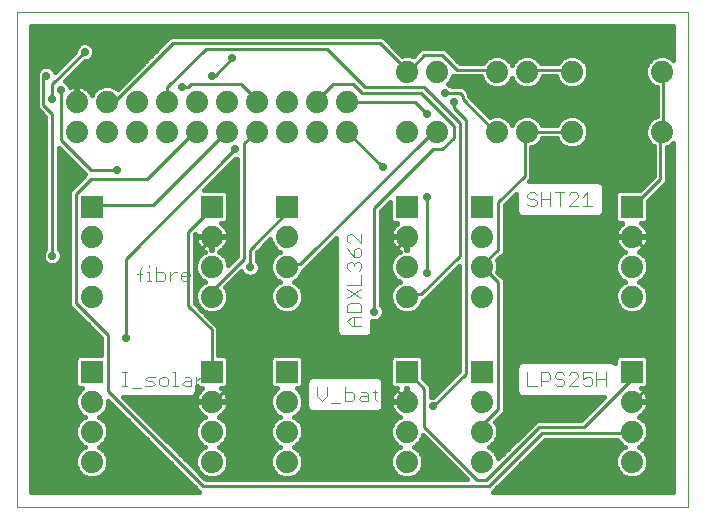
<source format=gtl>
G75*
%MOIN*%
%OFA0B0*%
%FSLAX25Y25*%
%IPPOS*%
%LPD*%
%AMOC8*
5,1,8,0,0,1.08239X$1,22.5*
%
%ADD10C,0.00000*%
%ADD11C,0.00400*%
%ADD12R,0.07400X0.07400*%
%ADD13C,0.07400*%
%ADD14C,0.00984*%
%ADD15C,0.01600*%
%ADD16C,0.02781*%
D10*
X0109135Y0001800D02*
X0109135Y0166761D01*
X0332836Y0166761D01*
X0332836Y0001800D01*
X0109135Y0001800D01*
D11*
X0144335Y0042000D02*
X0145870Y0042000D01*
X0145103Y0042000D02*
X0145103Y0046604D01*
X0145870Y0046604D02*
X0144335Y0046604D01*
X0152009Y0044302D02*
X0152776Y0043535D01*
X0154311Y0043535D01*
X0155078Y0042767D01*
X0154311Y0042000D01*
X0152009Y0042000D01*
X0150474Y0041233D02*
X0147405Y0041233D01*
X0152009Y0044302D02*
X0152776Y0045069D01*
X0155078Y0045069D01*
X0156612Y0044302D02*
X0156612Y0042767D01*
X0157380Y0042000D01*
X0158914Y0042000D01*
X0159682Y0042767D01*
X0159682Y0044302D01*
X0158914Y0045069D01*
X0157380Y0045069D01*
X0156612Y0044302D01*
X0161216Y0046604D02*
X0161984Y0046604D01*
X0161984Y0042000D01*
X0162751Y0042000D02*
X0161216Y0042000D01*
X0164286Y0042767D02*
X0165053Y0043535D01*
X0167355Y0043535D01*
X0167355Y0044302D02*
X0166588Y0045069D01*
X0165053Y0045069D01*
X0164286Y0042767D02*
X0165053Y0042000D01*
X0167355Y0042000D01*
X0167355Y0044302D01*
X0168890Y0045069D02*
X0168890Y0042000D01*
X0168890Y0043535D02*
X0170424Y0045069D01*
X0171192Y0045069D01*
X0209335Y0041604D02*
X0209335Y0038535D01*
X0210870Y0037000D01*
X0212405Y0038535D01*
X0212405Y0041604D01*
X0218543Y0041604D02*
X0218543Y0037000D01*
X0220845Y0037000D01*
X0221612Y0037767D01*
X0221612Y0039302D01*
X0220845Y0040069D01*
X0218543Y0040069D01*
X0223147Y0037767D02*
X0223914Y0038535D01*
X0226216Y0038535D01*
X0226216Y0039302D02*
X0226216Y0037000D01*
X0223914Y0037000D01*
X0223147Y0037767D01*
X0223914Y0040069D02*
X0225449Y0040069D01*
X0226216Y0039302D01*
X0227751Y0040069D02*
X0229286Y0040069D01*
X0228518Y0040837D02*
X0228518Y0037767D01*
X0229286Y0037000D01*
X0217009Y0036233D02*
X0213939Y0036233D01*
X0220866Y0062000D02*
X0219331Y0063535D01*
X0220866Y0065069D01*
X0223935Y0065069D01*
X0223935Y0066604D02*
X0219331Y0066604D01*
X0219331Y0068906D01*
X0220099Y0069673D01*
X0223168Y0069673D01*
X0223935Y0068906D01*
X0223935Y0066604D01*
X0221633Y0065069D02*
X0221633Y0062000D01*
X0220866Y0062000D02*
X0223935Y0062000D01*
X0223935Y0071208D02*
X0219331Y0074277D01*
X0219331Y0075812D02*
X0223935Y0075812D01*
X0223935Y0078881D01*
X0223168Y0080416D02*
X0223935Y0081183D01*
X0223935Y0082718D01*
X0223168Y0083485D01*
X0222401Y0083485D01*
X0221633Y0082718D01*
X0221633Y0081950D01*
X0221633Y0082718D02*
X0220866Y0083485D01*
X0220099Y0083485D01*
X0219331Y0082718D01*
X0219331Y0081183D01*
X0220099Y0080416D01*
X0221633Y0085020D02*
X0221633Y0087322D01*
X0222401Y0088089D01*
X0223168Y0088089D01*
X0223935Y0087322D01*
X0223935Y0085787D01*
X0223168Y0085020D01*
X0221633Y0085020D01*
X0220099Y0086554D01*
X0219331Y0088089D01*
X0220099Y0089624D02*
X0219331Y0090391D01*
X0219331Y0091926D01*
X0220099Y0092693D01*
X0220866Y0092693D01*
X0223935Y0089624D01*
X0223935Y0092693D01*
X0223935Y0074277D02*
X0219331Y0071208D01*
X0166984Y0078535D02*
X0163914Y0078535D01*
X0163914Y0079302D02*
X0163914Y0077767D01*
X0164682Y0077000D01*
X0166216Y0077000D01*
X0166984Y0078535D02*
X0166984Y0079302D01*
X0166216Y0080069D01*
X0164682Y0080069D01*
X0163914Y0079302D01*
X0162380Y0080069D02*
X0161612Y0080069D01*
X0160078Y0078535D01*
X0160078Y0080069D02*
X0160078Y0077000D01*
X0158543Y0077767D02*
X0158543Y0079302D01*
X0157776Y0080069D01*
X0155474Y0080069D01*
X0155474Y0081604D02*
X0155474Y0077000D01*
X0157776Y0077000D01*
X0158543Y0077767D01*
X0153939Y0077000D02*
X0152405Y0077000D01*
X0153172Y0077000D02*
X0153172Y0080069D01*
X0152405Y0080069D01*
X0153172Y0081604D02*
X0153172Y0082371D01*
X0150870Y0081604D02*
X0150103Y0080837D01*
X0150103Y0077000D01*
X0149335Y0079302D02*
X0150870Y0079302D01*
X0279335Y0102767D02*
X0280103Y0102000D01*
X0281637Y0102000D01*
X0282405Y0102767D01*
X0282405Y0103535D01*
X0281637Y0104302D01*
X0280103Y0104302D01*
X0279335Y0105069D01*
X0279335Y0105837D01*
X0280103Y0106604D01*
X0281637Y0106604D01*
X0282405Y0105837D01*
X0283939Y0106604D02*
X0283939Y0102000D01*
X0283939Y0104302D02*
X0287009Y0104302D01*
X0287009Y0106604D02*
X0287009Y0102000D01*
X0290078Y0102000D02*
X0290078Y0106604D01*
X0291612Y0106604D02*
X0288543Y0106604D01*
X0293147Y0105837D02*
X0293914Y0106604D01*
X0295449Y0106604D01*
X0296216Y0105837D01*
X0296216Y0105069D01*
X0293147Y0102000D01*
X0296216Y0102000D01*
X0297751Y0102000D02*
X0300820Y0102000D01*
X0299286Y0102000D02*
X0299286Y0106604D01*
X0297751Y0105069D01*
X0297751Y0046604D02*
X0297751Y0044302D01*
X0299286Y0045069D01*
X0300053Y0045069D01*
X0300820Y0044302D01*
X0300820Y0042767D01*
X0300053Y0042000D01*
X0298518Y0042000D01*
X0297751Y0042767D01*
X0296216Y0042000D02*
X0293147Y0042000D01*
X0296216Y0045069D01*
X0296216Y0045837D01*
X0295449Y0046604D01*
X0293914Y0046604D01*
X0293147Y0045837D01*
X0291612Y0045837D02*
X0290845Y0046604D01*
X0289311Y0046604D01*
X0288543Y0045837D01*
X0288543Y0045069D01*
X0289311Y0044302D01*
X0290845Y0044302D01*
X0291612Y0043535D01*
X0291612Y0042767D01*
X0290845Y0042000D01*
X0289311Y0042000D01*
X0288543Y0042767D01*
X0287009Y0044302D02*
X0286241Y0043535D01*
X0283939Y0043535D01*
X0283939Y0042000D02*
X0283939Y0046604D01*
X0286241Y0046604D01*
X0287009Y0045837D01*
X0287009Y0044302D01*
X0282405Y0042000D02*
X0279335Y0042000D01*
X0279335Y0046604D01*
X0297751Y0046604D02*
X0300820Y0046604D01*
X0302355Y0046604D02*
X0302355Y0042000D01*
X0305424Y0042000D02*
X0305424Y0046604D01*
X0305424Y0044302D02*
X0302355Y0044302D01*
D12*
X0314135Y0046800D03*
X0264135Y0046800D03*
X0239135Y0046800D03*
X0199135Y0046800D03*
X0174135Y0046800D03*
X0134135Y0046800D03*
X0134135Y0101800D03*
X0174135Y0101800D03*
X0199135Y0101800D03*
X0239135Y0101800D03*
X0264135Y0101800D03*
X0314135Y0101800D03*
D13*
X0314135Y0091800D03*
X0314135Y0081800D03*
X0314135Y0071800D03*
X0264135Y0071800D03*
X0264135Y0081800D03*
X0264135Y0091800D03*
X0239135Y0091800D03*
X0239135Y0081800D03*
X0239135Y0071800D03*
X0199135Y0071800D03*
X0199135Y0081800D03*
X0199135Y0091800D03*
X0174135Y0091800D03*
X0174135Y0081800D03*
X0174135Y0071800D03*
X0134135Y0071800D03*
X0134135Y0081800D03*
X0134135Y0091800D03*
X0129135Y0126800D03*
X0139135Y0126800D03*
X0149135Y0126800D03*
X0159135Y0126800D03*
X0169135Y0126800D03*
X0179135Y0126800D03*
X0189135Y0126800D03*
X0199135Y0126800D03*
X0209135Y0126800D03*
X0219135Y0126800D03*
X0239135Y0126800D03*
X0249135Y0126800D03*
X0269135Y0126800D03*
X0279135Y0126800D03*
X0294135Y0126800D03*
X0324135Y0126800D03*
X0324135Y0146800D03*
X0294135Y0146800D03*
X0279135Y0146800D03*
X0269135Y0146800D03*
X0249135Y0146800D03*
X0239135Y0146800D03*
X0219135Y0136800D03*
X0209135Y0136800D03*
X0199135Y0136800D03*
X0189135Y0136800D03*
X0179135Y0136800D03*
X0169135Y0136800D03*
X0159135Y0136800D03*
X0149135Y0136800D03*
X0139135Y0136800D03*
X0129135Y0136800D03*
X0134135Y0036800D03*
X0134135Y0026800D03*
X0134135Y0016800D03*
X0174135Y0016800D03*
X0174135Y0026800D03*
X0174135Y0036800D03*
X0199135Y0036800D03*
X0199135Y0026800D03*
X0199135Y0016800D03*
X0239135Y0016800D03*
X0239135Y0026800D03*
X0239135Y0036800D03*
X0264135Y0036800D03*
X0264135Y0026800D03*
X0264135Y0016800D03*
X0314135Y0016800D03*
X0314135Y0026800D03*
X0314135Y0036800D03*
D14*
X0314844Y0037233D01*
X0319765Y0042154D01*
X0319765Y0086446D01*
X0314844Y0091367D01*
X0314135Y0091800D01*
X0314135Y0101800D02*
X0314844Y0102194D01*
X0323702Y0111052D01*
X0323702Y0126800D01*
X0324135Y0126800D01*
X0324687Y0126800D01*
X0324687Y0146485D01*
X0324135Y0146800D01*
X0294135Y0146800D02*
X0293190Y0147469D01*
X0279411Y0147469D01*
X0279135Y0146800D01*
X0269135Y0146800D02*
X0268584Y0147469D01*
X0255789Y0147469D01*
X0250868Y0152391D01*
X0244962Y0152391D01*
X0240041Y0147469D01*
X0239135Y0146800D01*
X0239057Y0147469D01*
X0230198Y0156328D01*
X0161301Y0156328D01*
X0142600Y0137627D01*
X0139647Y0137627D01*
X0139135Y0136800D01*
X0123899Y0140580D02*
X0123899Y0123847D01*
X0133742Y0114005D01*
X0142600Y0114005D01*
X0133742Y0111052D02*
X0152442Y0111052D01*
X0168190Y0126800D01*
X0169135Y0126800D01*
X0179017Y0126800D02*
X0179135Y0126800D01*
X0179017Y0126800D02*
X0154411Y0102194D01*
X0134726Y0102194D01*
X0134135Y0101800D01*
X0128820Y0106131D02*
X0133742Y0111052D01*
X0128820Y0106131D02*
X0128820Y0069713D01*
X0139647Y0058887D01*
X0139647Y0040186D01*
X0171143Y0008690D01*
X0266616Y0008690D01*
X0284332Y0026406D01*
X0313860Y0026406D01*
X0314135Y0026800D01*
X0298112Y0028375D02*
X0283348Y0028375D01*
X0265631Y0010658D01*
X0262679Y0010658D01*
X0244962Y0028375D01*
X0244962Y0041170D01*
X0240041Y0046091D01*
X0239135Y0046800D01*
X0233151Y0043139D02*
X0233151Y0057902D01*
X0180001Y0057902D01*
X0168190Y0069713D01*
X0168190Y0085461D01*
X0174096Y0091367D01*
X0174135Y0091800D01*
X0166222Y0093335D02*
X0174096Y0101209D01*
X0174135Y0101800D01*
X0166222Y0093335D02*
X0166222Y0068729D01*
X0174096Y0060855D01*
X0174096Y0047076D01*
X0174135Y0046800D01*
X0180001Y0042154D02*
X0180001Y0057902D01*
X0174135Y0071800D02*
X0175080Y0072666D01*
X0175080Y0074635D01*
X0184923Y0084477D01*
X0184923Y0122863D01*
X0188860Y0126800D01*
X0189135Y0126800D01*
X0181970Y0120894D02*
X0145553Y0084477D01*
X0145553Y0057902D01*
X0175080Y0037233D02*
X0180001Y0042154D01*
X0175080Y0037233D02*
X0174135Y0036800D01*
X0233151Y0043139D02*
X0239057Y0037233D01*
X0239135Y0036800D01*
X0247915Y0035265D02*
X0258742Y0046091D01*
X0258742Y0130737D01*
X0254805Y0134674D01*
X0254805Y0136643D01*
X0257757Y0137627D02*
X0257757Y0138611D01*
X0256773Y0139595D01*
X0251852Y0139595D01*
X0257757Y0137627D02*
X0268584Y0126800D01*
X0269135Y0126800D01*
X0278427Y0126800D02*
X0279135Y0126800D01*
X0294135Y0126800D01*
X0278427Y0126800D02*
X0278427Y0112036D01*
X0269568Y0103178D01*
X0269568Y0087430D01*
X0264647Y0082509D01*
X0264135Y0081800D01*
X0264647Y0081524D01*
X0269568Y0076603D01*
X0269568Y0034280D01*
X0264647Y0029359D01*
X0264647Y0027391D01*
X0264135Y0026800D01*
X0298112Y0028375D02*
X0313860Y0044123D01*
X0313860Y0046091D01*
X0314135Y0046800D01*
X0256773Y0085461D02*
X0243978Y0072666D01*
X0240041Y0072666D01*
X0239135Y0071800D01*
X0228230Y0066761D02*
X0228230Y0101209D01*
X0247915Y0120894D01*
X0250868Y0120894D01*
X0254805Y0124831D01*
X0254805Y0128769D01*
X0243978Y0139595D01*
X0224293Y0139595D01*
X0221340Y0142548D01*
X0214450Y0142548D01*
X0209529Y0137627D01*
X0209135Y0136800D01*
X0219135Y0136800D02*
X0219372Y0136643D01*
X0242009Y0136643D01*
X0245946Y0132706D01*
X0247915Y0126800D02*
X0249135Y0126800D01*
X0247915Y0126800D02*
X0203624Y0082509D01*
X0199687Y0082509D01*
X0199135Y0081800D01*
X0186891Y0081524D02*
X0186891Y0087430D01*
X0198702Y0099241D01*
X0198702Y0101209D01*
X0199135Y0101800D01*
X0219372Y0126800D02*
X0231183Y0114989D01*
X0245946Y0105146D02*
X0245946Y0079556D01*
X0256773Y0085461D02*
X0256773Y0129753D01*
X0244962Y0141564D01*
X0225277Y0141564D01*
X0212482Y0154359D01*
X0172127Y0154359D01*
X0159332Y0141564D01*
X0159332Y0137627D01*
X0159135Y0136800D01*
X0164253Y0141564D02*
X0166222Y0141564D01*
X0167206Y0142548D01*
X0183938Y0142548D01*
X0188860Y0137627D01*
X0189135Y0136800D01*
X0175080Y0145501D02*
X0174096Y0145501D01*
X0175080Y0145501D02*
X0180986Y0151406D01*
X0131773Y0153375D02*
X0120946Y0142548D01*
X0120946Y0137627D01*
X0117994Y0135658D02*
X0117994Y0144517D01*
X0118978Y0145501D01*
X0117994Y0135658D02*
X0120946Y0132706D01*
X0120946Y0085461D01*
X0219135Y0126800D02*
X0219372Y0126800D01*
X0239135Y0091800D02*
X0239057Y0091367D01*
X0233151Y0085461D01*
X0233151Y0057902D01*
D15*
X0227495Y0059559D02*
X0227556Y0059784D01*
X0227586Y0060016D01*
X0227586Y0063591D01*
X0227598Y0063586D01*
X0228861Y0063586D01*
X0230028Y0064069D01*
X0230921Y0064962D01*
X0231405Y0066129D01*
X0231405Y0067392D01*
X0230921Y0068559D01*
X0230506Y0068974D01*
X0230506Y0100267D01*
X0233651Y0103411D01*
X0233651Y0097361D01*
X0234696Y0096316D01*
X0235994Y0096316D01*
X0235552Y0095995D01*
X0234940Y0095383D01*
X0234431Y0094683D01*
X0234038Y0093911D01*
X0233771Y0093088D01*
X0233635Y0092233D01*
X0233635Y0092000D01*
X0238935Y0092000D01*
X0238935Y0091600D01*
X0233635Y0091600D01*
X0233635Y0091367D01*
X0233771Y0090512D01*
X0234038Y0089689D01*
X0234431Y0088917D01*
X0234940Y0088217D01*
X0235552Y0087605D01*
X0236253Y0087096D01*
X0236852Y0086790D01*
X0236029Y0086449D01*
X0234486Y0084907D01*
X0233651Y0082891D01*
X0233651Y0080709D01*
X0234486Y0078693D01*
X0236029Y0077151D01*
X0236875Y0076800D01*
X0236029Y0076449D01*
X0234486Y0074907D01*
X0233651Y0072891D01*
X0233651Y0070709D01*
X0234486Y0068693D01*
X0236029Y0067151D01*
X0238044Y0066316D01*
X0240226Y0066316D01*
X0242242Y0067151D01*
X0243785Y0068693D01*
X0244487Y0070390D01*
X0244921Y0070390D01*
X0256465Y0081934D01*
X0256465Y0047034D01*
X0247870Y0038439D01*
X0247283Y0038439D01*
X0247238Y0038421D01*
X0247238Y0040227D01*
X0247238Y0042113D01*
X0244620Y0044732D01*
X0244620Y0051239D01*
X0243574Y0052284D01*
X0234696Y0052284D01*
X0233651Y0051239D01*
X0233651Y0042361D01*
X0234696Y0041316D01*
X0235994Y0041316D01*
X0235552Y0040995D01*
X0234940Y0040383D01*
X0234431Y0039683D01*
X0234038Y0038911D01*
X0233771Y0038088D01*
X0233635Y0037233D01*
X0233635Y0037000D01*
X0238935Y0037000D01*
X0238935Y0036600D01*
X0233635Y0036600D01*
X0233635Y0036367D01*
X0233771Y0035512D01*
X0234038Y0034689D01*
X0234431Y0033917D01*
X0234940Y0033217D01*
X0235552Y0032605D01*
X0236253Y0032096D01*
X0236852Y0031790D01*
X0236029Y0031449D01*
X0234486Y0029907D01*
X0233651Y0027891D01*
X0233651Y0025709D01*
X0234486Y0023693D01*
X0236029Y0022151D01*
X0236875Y0021800D01*
X0236029Y0021449D01*
X0234486Y0019907D01*
X0233651Y0017891D01*
X0233651Y0015709D01*
X0234486Y0013693D01*
X0236029Y0012151D01*
X0238044Y0011316D01*
X0240226Y0011316D01*
X0242242Y0012151D01*
X0243785Y0013693D01*
X0244620Y0015709D01*
X0244620Y0017891D01*
X0243785Y0019907D01*
X0242242Y0021449D01*
X0241395Y0021800D01*
X0242242Y0022151D01*
X0243785Y0023693D01*
X0244558Y0025560D01*
X0259152Y0010966D01*
X0172086Y0010966D01*
X0144703Y0038349D01*
X0167390Y0038349D01*
X0167622Y0038380D01*
X0167848Y0038440D01*
X0168064Y0038530D01*
X0168267Y0038647D01*
X0168452Y0038789D01*
X0168618Y0038954D01*
X0168760Y0039140D01*
X0168877Y0039342D01*
X0168966Y0039559D01*
X0169027Y0039784D01*
X0169058Y0040016D01*
X0169058Y0041955D01*
X0169696Y0041316D01*
X0170994Y0041316D01*
X0170552Y0040995D01*
X0169940Y0040383D01*
X0169431Y0039683D01*
X0169038Y0038911D01*
X0168771Y0038088D01*
X0168635Y0037233D01*
X0168635Y0037000D01*
X0173935Y0037000D01*
X0173935Y0036600D01*
X0168635Y0036600D01*
X0168635Y0036367D01*
X0168771Y0035512D01*
X0169038Y0034689D01*
X0169431Y0033917D01*
X0169940Y0033217D01*
X0170552Y0032605D01*
X0171253Y0032096D01*
X0171852Y0031790D01*
X0171029Y0031449D01*
X0169486Y0029907D01*
X0168651Y0027891D01*
X0168651Y0025709D01*
X0169486Y0023693D01*
X0171029Y0022151D01*
X0171875Y0021800D01*
X0171029Y0021449D01*
X0169486Y0019907D01*
X0168651Y0017891D01*
X0168651Y0015709D01*
X0169486Y0013693D01*
X0171029Y0012151D01*
X0173044Y0011316D01*
X0175226Y0011316D01*
X0177242Y0012151D01*
X0178785Y0013693D01*
X0179620Y0015709D01*
X0179620Y0017891D01*
X0178785Y0019907D01*
X0177242Y0021449D01*
X0176395Y0021800D01*
X0177242Y0022151D01*
X0178785Y0023693D01*
X0179620Y0025709D01*
X0179620Y0027891D01*
X0178785Y0029907D01*
X0177242Y0031449D01*
X0176418Y0031790D01*
X0177018Y0032096D01*
X0177718Y0032605D01*
X0178330Y0033217D01*
X0178839Y0033917D01*
X0179232Y0034689D01*
X0179500Y0035512D01*
X0179635Y0036367D01*
X0179635Y0036600D01*
X0174335Y0036600D01*
X0174335Y0037000D01*
X0179635Y0037000D01*
X0179635Y0037233D01*
X0179500Y0038088D01*
X0179232Y0038911D01*
X0178839Y0039683D01*
X0178330Y0040383D01*
X0177718Y0040995D01*
X0177277Y0041316D01*
X0178574Y0041316D01*
X0179620Y0042361D01*
X0179620Y0051239D01*
X0178574Y0052284D01*
X0176372Y0052284D01*
X0176372Y0061798D01*
X0168498Y0069672D01*
X0168498Y0092393D01*
X0168691Y0092585D01*
X0168635Y0092233D01*
X0168635Y0092000D01*
X0173935Y0092000D01*
X0173935Y0091600D01*
X0168635Y0091600D01*
X0168635Y0091367D01*
X0168771Y0090512D01*
X0169038Y0089689D01*
X0169431Y0088917D01*
X0169940Y0088217D01*
X0170552Y0087605D01*
X0171253Y0087096D01*
X0171852Y0086790D01*
X0171029Y0086449D01*
X0169486Y0084907D01*
X0168651Y0082891D01*
X0168651Y0080709D01*
X0169486Y0078693D01*
X0171029Y0077151D01*
X0171875Y0076800D01*
X0171029Y0076449D01*
X0169486Y0074907D01*
X0168651Y0072891D01*
X0168651Y0070709D01*
X0169486Y0068693D01*
X0171029Y0067151D01*
X0173044Y0066316D01*
X0175226Y0066316D01*
X0177242Y0067151D01*
X0178785Y0068693D01*
X0179620Y0070709D01*
X0179620Y0072891D01*
X0178785Y0074907D01*
X0178678Y0075013D01*
X0183963Y0080298D01*
X0184200Y0079726D01*
X0185093Y0078833D01*
X0186260Y0078350D01*
X0187523Y0078350D01*
X0188690Y0078833D01*
X0189583Y0079726D01*
X0190066Y0080893D01*
X0190066Y0082156D01*
X0189583Y0083323D01*
X0189168Y0083738D01*
X0189168Y0086487D01*
X0193651Y0090970D01*
X0193651Y0090709D01*
X0194486Y0088693D01*
X0196029Y0087151D01*
X0196875Y0086800D01*
X0196029Y0086449D01*
X0194486Y0084907D01*
X0193651Y0082891D01*
X0193651Y0080709D01*
X0194486Y0078693D01*
X0196029Y0077151D01*
X0196875Y0076800D01*
X0196029Y0076449D01*
X0194486Y0074907D01*
X0193651Y0072891D01*
X0193651Y0070709D01*
X0194486Y0068693D01*
X0196029Y0067151D01*
X0198044Y0066316D01*
X0200226Y0066316D01*
X0202242Y0067151D01*
X0203785Y0068693D01*
X0204620Y0070709D01*
X0204620Y0072891D01*
X0203785Y0074907D01*
X0202242Y0076449D01*
X0201395Y0076800D01*
X0202242Y0077151D01*
X0203785Y0078693D01*
X0204422Y0080232D01*
X0204566Y0080232D01*
X0215684Y0091350D01*
X0215684Y0060016D01*
X0215715Y0059784D01*
X0215776Y0059559D01*
X0215865Y0059342D01*
X0215982Y0059140D01*
X0216124Y0058954D01*
X0216290Y0058789D01*
X0216475Y0058647D01*
X0216678Y0058530D01*
X0216894Y0058440D01*
X0217120Y0058380D01*
X0217352Y0058349D01*
X0225919Y0058349D01*
X0226151Y0058380D01*
X0226377Y0058440D01*
X0226593Y0058530D01*
X0226795Y0058647D01*
X0226981Y0058789D01*
X0227146Y0058954D01*
X0227289Y0059140D01*
X0227406Y0059342D01*
X0227495Y0059559D01*
X0227407Y0059346D02*
X0256465Y0059346D01*
X0256465Y0057748D02*
X0176372Y0057748D01*
X0176372Y0059346D02*
X0215863Y0059346D01*
X0215684Y0060945D02*
X0176372Y0060945D01*
X0175627Y0062543D02*
X0215684Y0062543D01*
X0215684Y0064142D02*
X0174028Y0064142D01*
X0172430Y0065740D02*
X0215684Y0065740D01*
X0215684Y0067339D02*
X0202430Y0067339D01*
X0203886Y0068937D02*
X0215684Y0068937D01*
X0215684Y0070536D02*
X0204548Y0070536D01*
X0204620Y0072134D02*
X0215684Y0072134D01*
X0215684Y0073733D02*
X0204271Y0073733D01*
X0203360Y0075332D02*
X0215684Y0075332D01*
X0215684Y0076930D02*
X0201709Y0076930D01*
X0203620Y0078529D02*
X0215684Y0078529D01*
X0215684Y0080127D02*
X0204378Y0080127D01*
X0206060Y0081726D02*
X0215684Y0081726D01*
X0215684Y0083324D02*
X0207658Y0083324D01*
X0209257Y0084923D02*
X0215684Y0084923D01*
X0215684Y0086521D02*
X0210855Y0086521D01*
X0212454Y0088120D02*
X0215684Y0088120D01*
X0215684Y0089718D02*
X0214052Y0089718D01*
X0215651Y0091317D02*
X0215684Y0091317D01*
X0230506Y0091317D02*
X0233643Y0091317D01*
X0233743Y0092915D02*
X0230506Y0092915D01*
X0230506Y0094514D02*
X0234345Y0094514D01*
X0235713Y0096112D02*
X0230506Y0096112D01*
X0230506Y0097711D02*
X0233651Y0097711D01*
X0233651Y0099309D02*
X0230506Y0099309D01*
X0231147Y0100908D02*
X0233651Y0100908D01*
X0233651Y0102506D02*
X0232746Y0102506D01*
X0238935Y0091600D02*
X0238935Y0087284D01*
X0239335Y0087284D01*
X0239335Y0091600D01*
X0238935Y0091600D01*
X0238935Y0091317D02*
X0239335Y0091317D01*
X0239335Y0089718D02*
X0238935Y0089718D01*
X0238935Y0088120D02*
X0239335Y0088120D01*
X0236202Y0086521D02*
X0230506Y0086521D01*
X0230506Y0084923D02*
X0234502Y0084923D01*
X0233831Y0083324D02*
X0230506Y0083324D01*
X0230506Y0081726D02*
X0233651Y0081726D01*
X0233892Y0080127D02*
X0230506Y0080127D01*
X0230506Y0078529D02*
X0234651Y0078529D01*
X0236561Y0076930D02*
X0230506Y0076930D01*
X0230506Y0075332D02*
X0234911Y0075332D01*
X0234000Y0073733D02*
X0230506Y0073733D01*
X0230506Y0072134D02*
X0233651Y0072134D01*
X0233723Y0070536D02*
X0230506Y0070536D01*
X0230543Y0068937D02*
X0234385Y0068937D01*
X0235840Y0067339D02*
X0231405Y0067339D01*
X0231244Y0065740D02*
X0256465Y0065740D01*
X0256465Y0064142D02*
X0230101Y0064142D01*
X0227586Y0062543D02*
X0256465Y0062543D01*
X0256465Y0060945D02*
X0227586Y0060945D01*
X0242430Y0067339D02*
X0256465Y0067339D01*
X0256465Y0068937D02*
X0243886Y0068937D01*
X0245067Y0070536D02*
X0256465Y0070536D01*
X0256465Y0072134D02*
X0246665Y0072134D01*
X0248264Y0073733D02*
X0256465Y0073733D01*
X0256465Y0075332D02*
X0249863Y0075332D01*
X0251461Y0076930D02*
X0256465Y0076930D01*
X0256465Y0078529D02*
X0253060Y0078529D01*
X0254658Y0080127D02*
X0256465Y0080127D01*
X0256465Y0081726D02*
X0256257Y0081726D01*
X0269218Y0083860D02*
X0271845Y0086487D01*
X0271845Y0102235D01*
X0275684Y0106075D01*
X0275684Y0100016D01*
X0275715Y0099784D01*
X0275776Y0099559D01*
X0275865Y0099342D01*
X0275982Y0099140D01*
X0276124Y0098954D01*
X0276290Y0098789D01*
X0276475Y0098647D01*
X0276678Y0098530D01*
X0276894Y0098440D01*
X0277120Y0098380D01*
X0277352Y0098349D01*
X0303198Y0098349D01*
X0303430Y0098380D01*
X0303656Y0098440D01*
X0303872Y0098530D01*
X0304075Y0098647D01*
X0304260Y0098789D01*
X0304426Y0098954D01*
X0304568Y0099140D01*
X0304685Y0099342D01*
X0304775Y0099559D01*
X0304835Y0099784D01*
X0304866Y0100016D01*
X0304866Y0108584D01*
X0304835Y0108815D01*
X0304775Y0109041D01*
X0304685Y0109258D01*
X0304568Y0109460D01*
X0304426Y0109646D01*
X0304260Y0109811D01*
X0304075Y0109953D01*
X0303872Y0110070D01*
X0303656Y0110160D01*
X0303430Y0110220D01*
X0303198Y0110251D01*
X0279861Y0110251D01*
X0280703Y0111093D01*
X0280703Y0121513D01*
X0282242Y0122151D01*
X0283785Y0123693D01*
X0284129Y0124524D01*
X0289142Y0124524D01*
X0289486Y0123693D01*
X0291029Y0122151D01*
X0293044Y0121316D01*
X0295226Y0121316D01*
X0297242Y0122151D01*
X0298785Y0123693D01*
X0299620Y0125709D01*
X0299620Y0127891D01*
X0298785Y0129907D01*
X0297242Y0131449D01*
X0295226Y0132284D01*
X0293044Y0132284D01*
X0291029Y0131449D01*
X0289486Y0129907D01*
X0289142Y0129076D01*
X0284129Y0129076D01*
X0283785Y0129907D01*
X0282242Y0131449D01*
X0280226Y0132284D01*
X0278044Y0132284D01*
X0276029Y0131449D01*
X0274486Y0129907D01*
X0274135Y0129060D01*
X0273785Y0129907D01*
X0272242Y0131449D01*
X0270226Y0132284D01*
X0268044Y0132284D01*
X0266825Y0131779D01*
X0260034Y0138570D01*
X0260034Y0139554D01*
X0259050Y0140538D01*
X0257716Y0141872D01*
X0254065Y0141872D01*
X0253650Y0142287D01*
X0252751Y0142659D01*
X0253785Y0143693D01*
X0254535Y0145504D01*
X0254846Y0145193D01*
X0263865Y0145193D01*
X0264486Y0143693D01*
X0266029Y0142151D01*
X0268044Y0141316D01*
X0270226Y0141316D01*
X0272242Y0142151D01*
X0273785Y0143693D01*
X0274135Y0144540D01*
X0274486Y0143693D01*
X0276029Y0142151D01*
X0278044Y0141316D01*
X0280226Y0141316D01*
X0282242Y0142151D01*
X0283785Y0143693D01*
X0284406Y0145193D01*
X0288865Y0145193D01*
X0289486Y0143693D01*
X0291029Y0142151D01*
X0293044Y0141316D01*
X0295226Y0141316D01*
X0297242Y0142151D01*
X0298785Y0143693D01*
X0299620Y0145709D01*
X0299620Y0147891D01*
X0298785Y0149907D01*
X0297242Y0151449D01*
X0295226Y0152284D01*
X0293044Y0152284D01*
X0291029Y0151449D01*
X0289486Y0149907D01*
X0289419Y0149746D01*
X0283851Y0149746D01*
X0283785Y0149907D01*
X0282242Y0151449D01*
X0280226Y0152284D01*
X0278044Y0152284D01*
X0276029Y0151449D01*
X0274486Y0149907D01*
X0274135Y0149060D01*
X0273785Y0149907D01*
X0272242Y0151449D01*
X0270226Y0152284D01*
X0268044Y0152284D01*
X0266029Y0151449D01*
X0264486Y0149907D01*
X0264419Y0149746D01*
X0256732Y0149746D01*
X0253144Y0153333D01*
X0251811Y0154667D01*
X0244019Y0154667D01*
X0241223Y0151871D01*
X0240226Y0152284D01*
X0238044Y0152284D01*
X0237632Y0152113D01*
X0231141Y0158604D01*
X0160358Y0158604D01*
X0159024Y0157270D01*
X0142723Y0140969D01*
X0142242Y0141449D01*
X0140226Y0142284D01*
X0138044Y0142284D01*
X0136029Y0141449D01*
X0134486Y0139907D01*
X0134145Y0139083D01*
X0133839Y0139683D01*
X0133330Y0140383D01*
X0132718Y0140995D01*
X0132018Y0141504D01*
X0131247Y0141897D01*
X0130423Y0142165D01*
X0129568Y0142300D01*
X0129335Y0142300D01*
X0129335Y0137000D01*
X0128935Y0137000D01*
X0128935Y0142300D01*
X0128702Y0142300D01*
X0127847Y0142165D01*
X0127024Y0141897D01*
X0126831Y0141798D01*
X0126591Y0142378D01*
X0125698Y0143271D01*
X0125126Y0143508D01*
X0131818Y0150200D01*
X0132405Y0150200D01*
X0133572Y0150683D01*
X0134465Y0151576D01*
X0134948Y0152743D01*
X0134948Y0154006D01*
X0134465Y0155173D01*
X0133572Y0156066D01*
X0132405Y0156550D01*
X0131142Y0156550D01*
X0129975Y0156066D01*
X0129082Y0155173D01*
X0128598Y0154006D01*
X0128598Y0153419D01*
X0121906Y0146727D01*
X0121669Y0147299D01*
X0120776Y0148192D01*
X0119609Y0148676D01*
X0118346Y0148676D01*
X0117179Y0148192D01*
X0116286Y0147299D01*
X0115803Y0146132D01*
X0115803Y0145545D01*
X0115717Y0145459D01*
X0115717Y0134715D01*
X0117051Y0133382D01*
X0118670Y0131763D01*
X0118670Y0087675D01*
X0118255Y0087260D01*
X0117772Y0086093D01*
X0117772Y0084830D01*
X0118255Y0083663D01*
X0119148Y0082770D01*
X0120315Y0082287D01*
X0121578Y0082287D01*
X0122745Y0082770D01*
X0123638Y0083663D01*
X0124121Y0084830D01*
X0124121Y0086093D01*
X0123638Y0087260D01*
X0123223Y0087675D01*
X0123223Y0121304D01*
X0131999Y0112528D01*
X0131465Y0111995D01*
X0126544Y0107074D01*
X0126544Y0068770D01*
X0127877Y0067437D01*
X0137371Y0057944D01*
X0137371Y0052284D01*
X0129696Y0052284D01*
X0128651Y0051239D01*
X0128651Y0042361D01*
X0129696Y0041316D01*
X0130895Y0041316D01*
X0129486Y0039907D01*
X0128651Y0037891D01*
X0128651Y0035709D01*
X0129486Y0033693D01*
X0131029Y0032151D01*
X0131875Y0031800D01*
X0131029Y0031449D01*
X0129486Y0029907D01*
X0128651Y0027891D01*
X0128651Y0025709D01*
X0129486Y0023693D01*
X0131029Y0022151D01*
X0131875Y0021800D01*
X0131029Y0021449D01*
X0129486Y0019907D01*
X0128651Y0017891D01*
X0128651Y0015709D01*
X0129486Y0013693D01*
X0131029Y0012151D01*
X0133044Y0011316D01*
X0135226Y0011316D01*
X0137242Y0012151D01*
X0138785Y0013693D01*
X0139620Y0015709D01*
X0139620Y0017891D01*
X0138785Y0019907D01*
X0137242Y0021449D01*
X0136395Y0021800D01*
X0137242Y0022151D01*
X0138785Y0023693D01*
X0139620Y0025709D01*
X0139620Y0027891D01*
X0138785Y0029907D01*
X0137242Y0031449D01*
X0136395Y0031800D01*
X0137242Y0032151D01*
X0138785Y0033693D01*
X0139620Y0035709D01*
X0139620Y0036994D01*
X0170014Y0006600D01*
X0113935Y0006600D01*
X0113935Y0161961D01*
X0328036Y0161961D01*
X0328036Y0150655D01*
X0327242Y0151449D01*
X0325226Y0152284D01*
X0323044Y0152284D01*
X0321029Y0151449D01*
X0319486Y0149907D01*
X0318651Y0147891D01*
X0318651Y0145709D01*
X0319486Y0143693D01*
X0321029Y0142151D01*
X0322410Y0141578D01*
X0322410Y0132022D01*
X0321029Y0131449D01*
X0319486Y0129907D01*
X0318651Y0127891D01*
X0318651Y0125709D01*
X0319486Y0123693D01*
X0321029Y0122151D01*
X0321426Y0121986D01*
X0321426Y0111995D01*
X0316715Y0107284D01*
X0309696Y0107284D01*
X0308651Y0106239D01*
X0308651Y0097361D01*
X0309696Y0096316D01*
X0310994Y0096316D01*
X0310552Y0095995D01*
X0309940Y0095383D01*
X0309431Y0094683D01*
X0309038Y0093911D01*
X0308771Y0093088D01*
X0308635Y0092233D01*
X0308635Y0092000D01*
X0313935Y0092000D01*
X0313935Y0091600D01*
X0308635Y0091600D01*
X0308635Y0091367D01*
X0308771Y0090512D01*
X0309038Y0089689D01*
X0309431Y0088917D01*
X0309940Y0088217D01*
X0310552Y0087605D01*
X0311253Y0087096D01*
X0311852Y0086790D01*
X0311029Y0086449D01*
X0309486Y0084907D01*
X0308651Y0082891D01*
X0308651Y0080709D01*
X0309486Y0078693D01*
X0311029Y0077151D01*
X0311875Y0076800D01*
X0311029Y0076449D01*
X0309486Y0074907D01*
X0308651Y0072891D01*
X0308651Y0070709D01*
X0309486Y0068693D01*
X0311029Y0067151D01*
X0313044Y0066316D01*
X0315226Y0066316D01*
X0317242Y0067151D01*
X0318785Y0068693D01*
X0319620Y0070709D01*
X0319620Y0072891D01*
X0318785Y0074907D01*
X0317242Y0076449D01*
X0316395Y0076800D01*
X0317242Y0077151D01*
X0318785Y0078693D01*
X0319620Y0080709D01*
X0319620Y0082891D01*
X0318785Y0084907D01*
X0317242Y0086449D01*
X0316418Y0086790D01*
X0317018Y0087096D01*
X0317718Y0087605D01*
X0318330Y0088217D01*
X0318839Y0088917D01*
X0319232Y0089689D01*
X0319500Y0090512D01*
X0319635Y0091367D01*
X0319635Y0091600D01*
X0314335Y0091600D01*
X0314335Y0092000D01*
X0319635Y0092000D01*
X0319635Y0092233D01*
X0319500Y0093088D01*
X0319232Y0093911D01*
X0318839Y0094683D01*
X0318330Y0095383D01*
X0317718Y0095995D01*
X0317277Y0096316D01*
X0318574Y0096316D01*
X0319620Y0097361D01*
X0319620Y0103750D01*
X0325979Y0110109D01*
X0325979Y0121627D01*
X0327242Y0122151D01*
X0328036Y0122945D01*
X0328036Y0006600D01*
X0267745Y0006600D01*
X0268892Y0007747D01*
X0285275Y0024130D01*
X0309305Y0024130D01*
X0309486Y0023693D01*
X0311029Y0022151D01*
X0311875Y0021800D01*
X0311029Y0021449D01*
X0309486Y0019907D01*
X0308651Y0017891D01*
X0308651Y0015709D01*
X0309486Y0013693D01*
X0311029Y0012151D01*
X0313044Y0011316D01*
X0315226Y0011316D01*
X0317242Y0012151D01*
X0318785Y0013693D01*
X0319620Y0015709D01*
X0319620Y0017891D01*
X0318785Y0019907D01*
X0317242Y0021449D01*
X0316395Y0021800D01*
X0317242Y0022151D01*
X0318785Y0023693D01*
X0319620Y0025709D01*
X0319620Y0027891D01*
X0318785Y0029907D01*
X0317242Y0031449D01*
X0316418Y0031790D01*
X0317018Y0032096D01*
X0317718Y0032605D01*
X0318330Y0033217D01*
X0318839Y0033917D01*
X0319232Y0034689D01*
X0319500Y0035512D01*
X0319635Y0036367D01*
X0319635Y0036600D01*
X0314335Y0036600D01*
X0314335Y0037000D01*
X0319635Y0037000D01*
X0319635Y0037233D01*
X0319500Y0038088D01*
X0319232Y0038911D01*
X0318839Y0039683D01*
X0318330Y0040383D01*
X0317718Y0040995D01*
X0317277Y0041316D01*
X0318574Y0041316D01*
X0319620Y0042361D01*
X0319620Y0051239D01*
X0318574Y0052284D01*
X0309696Y0052284D01*
X0308651Y0051239D01*
X0308651Y0049778D01*
X0308618Y0049811D01*
X0308432Y0049953D01*
X0308230Y0050070D01*
X0308014Y0050160D01*
X0307788Y0050220D01*
X0307556Y0050251D01*
X0277352Y0050251D01*
X0277120Y0050220D01*
X0276894Y0050160D01*
X0276678Y0050070D01*
X0276475Y0049953D01*
X0276290Y0049811D01*
X0276124Y0049646D01*
X0275982Y0049460D01*
X0275865Y0049258D01*
X0275776Y0049041D01*
X0275715Y0048815D01*
X0275684Y0048584D01*
X0275684Y0040016D01*
X0275715Y0039784D01*
X0275776Y0039559D01*
X0275865Y0039342D01*
X0275982Y0039140D01*
X0276124Y0038954D01*
X0276290Y0038789D01*
X0276475Y0038647D01*
X0276678Y0038530D01*
X0276894Y0038440D01*
X0277120Y0038380D01*
X0277352Y0038349D01*
X0304867Y0038349D01*
X0297169Y0030651D01*
X0282405Y0030651D01*
X0269620Y0017866D01*
X0269620Y0017891D01*
X0268785Y0019907D01*
X0267242Y0021449D01*
X0266395Y0021800D01*
X0267242Y0022151D01*
X0268785Y0023693D01*
X0269620Y0025709D01*
X0269620Y0027891D01*
X0268785Y0029907D01*
X0268599Y0030092D01*
X0270511Y0032004D01*
X0271845Y0033337D01*
X0271845Y0077546D01*
X0269345Y0080046D01*
X0269620Y0080709D01*
X0269620Y0082891D01*
X0269218Y0083860D01*
X0269440Y0083324D02*
X0308831Y0083324D01*
X0308651Y0081726D02*
X0269620Y0081726D01*
X0269378Y0080127D02*
X0308892Y0080127D01*
X0309651Y0078529D02*
X0270862Y0078529D01*
X0271845Y0076930D02*
X0311561Y0076930D01*
X0309911Y0075332D02*
X0271845Y0075332D01*
X0271845Y0073733D02*
X0309000Y0073733D01*
X0308651Y0072134D02*
X0271845Y0072134D01*
X0271845Y0070536D02*
X0308723Y0070536D01*
X0309385Y0068937D02*
X0271845Y0068937D01*
X0271845Y0067339D02*
X0310840Y0067339D01*
X0317430Y0067339D02*
X0328036Y0067339D01*
X0328036Y0068937D02*
X0318886Y0068937D01*
X0319548Y0070536D02*
X0328036Y0070536D01*
X0328036Y0072134D02*
X0319620Y0072134D01*
X0319271Y0073733D02*
X0328036Y0073733D01*
X0328036Y0075332D02*
X0318360Y0075332D01*
X0316709Y0076930D02*
X0328036Y0076930D01*
X0328036Y0078529D02*
X0318620Y0078529D01*
X0319378Y0080127D02*
X0328036Y0080127D01*
X0328036Y0081726D02*
X0319620Y0081726D01*
X0319440Y0083324D02*
X0328036Y0083324D01*
X0328036Y0084923D02*
X0318769Y0084923D01*
X0317069Y0086521D02*
X0328036Y0086521D01*
X0328036Y0088120D02*
X0318233Y0088120D01*
X0319242Y0089718D02*
X0328036Y0089718D01*
X0328036Y0091317D02*
X0319627Y0091317D01*
X0319527Y0092915D02*
X0328036Y0092915D01*
X0328036Y0094514D02*
X0318925Y0094514D01*
X0317557Y0096112D02*
X0328036Y0096112D01*
X0328036Y0097711D02*
X0319620Y0097711D01*
X0319620Y0099309D02*
X0328036Y0099309D01*
X0328036Y0100908D02*
X0319620Y0100908D01*
X0319620Y0102506D02*
X0328036Y0102506D01*
X0328036Y0104105D02*
X0319974Y0104105D01*
X0321573Y0105703D02*
X0328036Y0105703D01*
X0328036Y0107302D02*
X0323171Y0107302D01*
X0324770Y0108900D02*
X0328036Y0108900D01*
X0328036Y0110499D02*
X0325979Y0110499D01*
X0325979Y0112097D02*
X0328036Y0112097D01*
X0328036Y0113696D02*
X0325979Y0113696D01*
X0325979Y0115294D02*
X0328036Y0115294D01*
X0328036Y0116893D02*
X0325979Y0116893D01*
X0325979Y0118491D02*
X0328036Y0118491D01*
X0328036Y0120090D02*
X0325979Y0120090D01*
X0326126Y0121688D02*
X0328036Y0121688D01*
X0321426Y0121688D02*
X0296126Y0121688D01*
X0298378Y0123287D02*
X0319893Y0123287D01*
X0318992Y0124885D02*
X0299278Y0124885D01*
X0299620Y0126484D02*
X0318651Y0126484D01*
X0318730Y0128082D02*
X0299540Y0128082D01*
X0298878Y0129681D02*
X0319393Y0129681D01*
X0320859Y0131279D02*
X0297412Y0131279D01*
X0290859Y0131279D02*
X0282412Y0131279D01*
X0283878Y0129681D02*
X0289393Y0129681D01*
X0289893Y0123287D02*
X0283378Y0123287D01*
X0281126Y0121688D02*
X0292145Y0121688D01*
X0280703Y0120090D02*
X0321426Y0120090D01*
X0321426Y0118491D02*
X0280703Y0118491D01*
X0280703Y0116893D02*
X0321426Y0116893D01*
X0321426Y0115294D02*
X0280703Y0115294D01*
X0280703Y0113696D02*
X0321426Y0113696D01*
X0321426Y0112097D02*
X0280703Y0112097D01*
X0280109Y0110499D02*
X0319930Y0110499D01*
X0318331Y0108900D02*
X0304813Y0108900D01*
X0304866Y0107302D02*
X0316733Y0107302D01*
X0308651Y0105703D02*
X0304866Y0105703D01*
X0304866Y0104105D02*
X0308651Y0104105D01*
X0308651Y0102506D02*
X0304866Y0102506D01*
X0304866Y0100908D02*
X0308651Y0100908D01*
X0308651Y0099309D02*
X0304666Y0099309D01*
X0308651Y0097711D02*
X0271845Y0097711D01*
X0271845Y0099309D02*
X0275884Y0099309D01*
X0275684Y0100908D02*
X0271845Y0100908D01*
X0272116Y0102506D02*
X0275684Y0102506D01*
X0275684Y0104105D02*
X0273714Y0104105D01*
X0275313Y0105703D02*
X0275684Y0105703D01*
X0271845Y0096112D02*
X0310713Y0096112D01*
X0309345Y0094514D02*
X0271845Y0094514D01*
X0271845Y0092915D02*
X0308743Y0092915D01*
X0308643Y0091317D02*
X0271845Y0091317D01*
X0271845Y0089718D02*
X0309029Y0089718D01*
X0310038Y0088120D02*
X0271845Y0088120D01*
X0271845Y0086521D02*
X0311202Y0086521D01*
X0309502Y0084923D02*
X0270280Y0084923D01*
X0235038Y0088120D02*
X0230506Y0088120D01*
X0230506Y0089718D02*
X0234029Y0089718D01*
X0196202Y0086521D02*
X0189202Y0086521D01*
X0189168Y0084923D02*
X0194502Y0084923D01*
X0193831Y0083324D02*
X0189581Y0083324D01*
X0190066Y0081726D02*
X0193651Y0081726D01*
X0193892Y0080127D02*
X0189749Y0080127D01*
X0187955Y0078529D02*
X0194651Y0078529D01*
X0196561Y0076930D02*
X0180595Y0076930D01*
X0182193Y0078529D02*
X0185828Y0078529D01*
X0184034Y0080127D02*
X0183792Y0080127D01*
X0179620Y0082393D02*
X0182646Y0085420D01*
X0182646Y0117738D01*
X0182602Y0117720D01*
X0182014Y0117720D01*
X0171579Y0107284D01*
X0178574Y0107284D01*
X0179620Y0106239D01*
X0179620Y0097361D01*
X0178574Y0096316D01*
X0177277Y0096316D01*
X0177718Y0095995D01*
X0178330Y0095383D01*
X0178839Y0094683D01*
X0179232Y0093911D01*
X0179500Y0093088D01*
X0179635Y0092233D01*
X0179635Y0092000D01*
X0174335Y0092000D01*
X0174335Y0091600D01*
X0174335Y0087284D01*
X0173935Y0087284D01*
X0173935Y0091600D01*
X0174335Y0091600D01*
X0179635Y0091600D01*
X0179635Y0091367D01*
X0179500Y0090512D01*
X0179232Y0089689D01*
X0178839Y0088917D01*
X0178330Y0088217D01*
X0177718Y0087605D01*
X0177018Y0087096D01*
X0176418Y0086790D01*
X0177242Y0086449D01*
X0178785Y0084907D01*
X0179620Y0082891D01*
X0179620Y0082393D01*
X0179440Y0083324D02*
X0180550Y0083324D01*
X0182149Y0084923D02*
X0178769Y0084923D01*
X0177069Y0086521D02*
X0182646Y0086521D01*
X0182646Y0088120D02*
X0178233Y0088120D01*
X0179242Y0089718D02*
X0182646Y0089718D01*
X0182646Y0091317D02*
X0179627Y0091317D01*
X0179527Y0092915D02*
X0182646Y0092915D01*
X0182646Y0094514D02*
X0178925Y0094514D01*
X0177557Y0096112D02*
X0182646Y0096112D01*
X0182646Y0097711D02*
X0179620Y0097711D01*
X0179620Y0099309D02*
X0182646Y0099309D01*
X0182646Y0100908D02*
X0179620Y0100908D01*
X0179620Y0102506D02*
X0182646Y0102506D01*
X0182646Y0104105D02*
X0179620Y0104105D01*
X0179620Y0105703D02*
X0182646Y0105703D01*
X0182646Y0107302D02*
X0171597Y0107302D01*
X0173195Y0108900D02*
X0182646Y0108900D01*
X0182646Y0110499D02*
X0174794Y0110499D01*
X0176392Y0112097D02*
X0182646Y0112097D01*
X0182646Y0113696D02*
X0177991Y0113696D01*
X0179589Y0115294D02*
X0182646Y0115294D01*
X0182646Y0116893D02*
X0181188Y0116893D01*
X0131568Y0112097D02*
X0123223Y0112097D01*
X0123223Y0110499D02*
X0129969Y0110499D01*
X0128371Y0108900D02*
X0123223Y0108900D01*
X0123223Y0107302D02*
X0126772Y0107302D01*
X0126544Y0105703D02*
X0123223Y0105703D01*
X0123223Y0104105D02*
X0126544Y0104105D01*
X0126544Y0102506D02*
X0123223Y0102506D01*
X0123223Y0100908D02*
X0126544Y0100908D01*
X0126544Y0099309D02*
X0123223Y0099309D01*
X0123223Y0097711D02*
X0126544Y0097711D01*
X0126544Y0096112D02*
X0123223Y0096112D01*
X0123223Y0094514D02*
X0126544Y0094514D01*
X0126544Y0092915D02*
X0123223Y0092915D01*
X0123223Y0091317D02*
X0126544Y0091317D01*
X0126544Y0089718D02*
X0123223Y0089718D01*
X0123223Y0088120D02*
X0126544Y0088120D01*
X0126544Y0086521D02*
X0123944Y0086521D01*
X0124121Y0084923D02*
X0126544Y0084923D01*
X0126544Y0083324D02*
X0123299Y0083324D01*
X0126544Y0081726D02*
X0113935Y0081726D01*
X0113935Y0083324D02*
X0118594Y0083324D01*
X0117772Y0084923D02*
X0113935Y0084923D01*
X0113935Y0086521D02*
X0117949Y0086521D01*
X0118670Y0088120D02*
X0113935Y0088120D01*
X0113935Y0089718D02*
X0118670Y0089718D01*
X0118670Y0091317D02*
X0113935Y0091317D01*
X0113935Y0092915D02*
X0118670Y0092915D01*
X0118670Y0094514D02*
X0113935Y0094514D01*
X0113935Y0096112D02*
X0118670Y0096112D01*
X0118670Y0097711D02*
X0113935Y0097711D01*
X0113935Y0099309D02*
X0118670Y0099309D01*
X0118670Y0100908D02*
X0113935Y0100908D01*
X0113935Y0102506D02*
X0118670Y0102506D01*
X0118670Y0104105D02*
X0113935Y0104105D01*
X0113935Y0105703D02*
X0118670Y0105703D01*
X0118670Y0107302D02*
X0113935Y0107302D01*
X0113935Y0108900D02*
X0118670Y0108900D01*
X0118670Y0110499D02*
X0113935Y0110499D01*
X0113935Y0112097D02*
X0118670Y0112097D01*
X0118670Y0113696D02*
X0113935Y0113696D01*
X0113935Y0115294D02*
X0118670Y0115294D01*
X0118670Y0116893D02*
X0113935Y0116893D01*
X0113935Y0118491D02*
X0118670Y0118491D01*
X0118670Y0120090D02*
X0113935Y0120090D01*
X0113935Y0121688D02*
X0118670Y0121688D01*
X0118670Y0123287D02*
X0113935Y0123287D01*
X0113935Y0124885D02*
X0118670Y0124885D01*
X0118670Y0126484D02*
X0113935Y0126484D01*
X0113935Y0128082D02*
X0118670Y0128082D01*
X0118670Y0129681D02*
X0113935Y0129681D01*
X0113935Y0131279D02*
X0118670Y0131279D01*
X0117555Y0132878D02*
X0113935Y0132878D01*
X0113935Y0134476D02*
X0115956Y0134476D01*
X0115717Y0136075D02*
X0113935Y0136075D01*
X0113935Y0137673D02*
X0115717Y0137673D01*
X0115717Y0139272D02*
X0113935Y0139272D01*
X0113935Y0140870D02*
X0115717Y0140870D01*
X0115717Y0142469D02*
X0113935Y0142469D01*
X0113935Y0144068D02*
X0115717Y0144068D01*
X0115803Y0145666D02*
X0113935Y0145666D01*
X0113935Y0147265D02*
X0116272Y0147265D01*
X0113935Y0148863D02*
X0124042Y0148863D01*
X0122444Y0147265D02*
X0121684Y0147265D01*
X0125641Y0150462D02*
X0113935Y0150462D01*
X0113935Y0152060D02*
X0127239Y0152060D01*
X0128598Y0153659D02*
X0113935Y0153659D01*
X0113935Y0155257D02*
X0129166Y0155257D01*
X0134381Y0155257D02*
X0157011Y0155257D01*
X0155412Y0153659D02*
X0134948Y0153659D01*
X0134665Y0152060D02*
X0153814Y0152060D01*
X0152215Y0150462D02*
X0133036Y0150462D01*
X0130481Y0148863D02*
X0150617Y0148863D01*
X0149018Y0147265D02*
X0128882Y0147265D01*
X0127284Y0145666D02*
X0147420Y0145666D01*
X0145821Y0144068D02*
X0125685Y0144068D01*
X0126499Y0142469D02*
X0144223Y0142469D01*
X0135450Y0140870D02*
X0132843Y0140870D01*
X0134049Y0139272D02*
X0134223Y0139272D01*
X0129335Y0139272D02*
X0128935Y0139272D01*
X0128935Y0140870D02*
X0129335Y0140870D01*
X0129335Y0137673D02*
X0128935Y0137673D01*
X0124437Y0120090D02*
X0123223Y0120090D01*
X0123223Y0118491D02*
X0126036Y0118491D01*
X0127634Y0116893D02*
X0123223Y0116893D01*
X0123223Y0115294D02*
X0129233Y0115294D01*
X0130831Y0113696D02*
X0123223Y0113696D01*
X0168498Y0091317D02*
X0168643Y0091317D01*
X0168498Y0089718D02*
X0169029Y0089718D01*
X0168498Y0088120D02*
X0170038Y0088120D01*
X0171202Y0086521D02*
X0168498Y0086521D01*
X0168498Y0084923D02*
X0169502Y0084923D01*
X0168831Y0083324D02*
X0168498Y0083324D01*
X0168498Y0081726D02*
X0168651Y0081726D01*
X0168498Y0080127D02*
X0168892Y0080127D01*
X0168498Y0078529D02*
X0169651Y0078529D01*
X0168498Y0076930D02*
X0171561Y0076930D01*
X0169911Y0075332D02*
X0168498Y0075332D01*
X0168498Y0073733D02*
X0169000Y0073733D01*
X0168651Y0072134D02*
X0168498Y0072134D01*
X0168498Y0070536D02*
X0168723Y0070536D01*
X0169233Y0068937D02*
X0169385Y0068937D01*
X0170831Y0067339D02*
X0170840Y0067339D01*
X0177430Y0067339D02*
X0195840Y0067339D01*
X0194385Y0068937D02*
X0178886Y0068937D01*
X0179548Y0070536D02*
X0193723Y0070536D01*
X0193651Y0072134D02*
X0179620Y0072134D01*
X0179271Y0073733D02*
X0194000Y0073733D01*
X0194911Y0075332D02*
X0178996Y0075332D01*
X0174335Y0088120D02*
X0173935Y0088120D01*
X0173935Y0089718D02*
X0174335Y0089718D01*
X0174335Y0091317D02*
X0173935Y0091317D01*
X0190800Y0088120D02*
X0195060Y0088120D01*
X0194062Y0089718D02*
X0192399Y0089718D01*
X0131173Y0064142D02*
X0113935Y0064142D01*
X0113935Y0065740D02*
X0129574Y0065740D01*
X0127976Y0067339D02*
X0113935Y0067339D01*
X0113935Y0068937D02*
X0126544Y0068937D01*
X0126544Y0070536D02*
X0113935Y0070536D01*
X0113935Y0072134D02*
X0126544Y0072134D01*
X0126544Y0073733D02*
X0113935Y0073733D01*
X0113935Y0075332D02*
X0126544Y0075332D01*
X0126544Y0076930D02*
X0113935Y0076930D01*
X0113935Y0078529D02*
X0126544Y0078529D01*
X0126544Y0080127D02*
X0113935Y0080127D01*
X0113935Y0062543D02*
X0132771Y0062543D01*
X0134370Y0060945D02*
X0113935Y0060945D01*
X0113935Y0059346D02*
X0135968Y0059346D01*
X0137371Y0057748D02*
X0113935Y0057748D01*
X0113935Y0056149D02*
X0137371Y0056149D01*
X0137371Y0054551D02*
X0113935Y0054551D01*
X0113935Y0052952D02*
X0137371Y0052952D01*
X0128766Y0051354D02*
X0113935Y0051354D01*
X0113935Y0049755D02*
X0128651Y0049755D01*
X0128651Y0048157D02*
X0113935Y0048157D01*
X0113935Y0046558D02*
X0128651Y0046558D01*
X0128651Y0044960D02*
X0113935Y0044960D01*
X0113935Y0043361D02*
X0128651Y0043361D01*
X0129249Y0041763D02*
X0113935Y0041763D01*
X0113935Y0040164D02*
X0129744Y0040164D01*
X0128931Y0038566D02*
X0113935Y0038566D01*
X0113935Y0036967D02*
X0128651Y0036967D01*
X0128792Y0035369D02*
X0113935Y0035369D01*
X0113935Y0033770D02*
X0129454Y0033770D01*
X0131008Y0032172D02*
X0113935Y0032172D01*
X0113935Y0030573D02*
X0130153Y0030573D01*
X0129100Y0028975D02*
X0113935Y0028975D01*
X0113935Y0027376D02*
X0128651Y0027376D01*
X0128651Y0025778D02*
X0113935Y0025778D01*
X0113935Y0024179D02*
X0129285Y0024179D01*
X0130599Y0022581D02*
X0113935Y0022581D01*
X0113935Y0020982D02*
X0130562Y0020982D01*
X0129269Y0019384D02*
X0113935Y0019384D01*
X0113935Y0017785D02*
X0128651Y0017785D01*
X0128651Y0016187D02*
X0113935Y0016187D01*
X0113935Y0014588D02*
X0129115Y0014588D01*
X0130190Y0012990D02*
X0113935Y0012990D01*
X0113935Y0011391D02*
X0132863Y0011391D01*
X0135408Y0011391D02*
X0165223Y0011391D01*
X0166821Y0009793D02*
X0113935Y0009793D01*
X0113935Y0008194D02*
X0168420Y0008194D01*
X0171661Y0011391D02*
X0172863Y0011391D01*
X0175408Y0011391D02*
X0197863Y0011391D01*
X0198044Y0011316D02*
X0200226Y0011316D01*
X0202242Y0012151D01*
X0203785Y0013693D01*
X0204620Y0015709D01*
X0204620Y0017891D01*
X0203785Y0019907D01*
X0202242Y0021449D01*
X0201395Y0021800D01*
X0202242Y0022151D01*
X0203785Y0023693D01*
X0204620Y0025709D01*
X0204620Y0027891D01*
X0203785Y0029907D01*
X0202242Y0031449D01*
X0201395Y0031800D01*
X0202242Y0032151D01*
X0203785Y0033693D01*
X0204620Y0035709D01*
X0204620Y0037891D01*
X0203785Y0039907D01*
X0202375Y0041316D01*
X0203574Y0041316D01*
X0204620Y0042361D01*
X0204620Y0051239D01*
X0203574Y0052284D01*
X0194696Y0052284D01*
X0193651Y0051239D01*
X0193651Y0042361D01*
X0194696Y0041316D01*
X0195895Y0041316D01*
X0194486Y0039907D01*
X0193651Y0037891D01*
X0193651Y0035709D01*
X0194486Y0033693D01*
X0196029Y0032151D01*
X0196875Y0031800D01*
X0196029Y0031449D01*
X0194486Y0029907D01*
X0193651Y0027891D01*
X0193651Y0025709D01*
X0194486Y0023693D01*
X0196029Y0022151D01*
X0196875Y0021800D01*
X0196029Y0021449D01*
X0194486Y0019907D01*
X0193651Y0017891D01*
X0193651Y0015709D01*
X0194486Y0013693D01*
X0196029Y0012151D01*
X0198044Y0011316D01*
X0200408Y0011391D02*
X0237863Y0011391D01*
X0240408Y0011391D02*
X0258727Y0011391D01*
X0257128Y0012990D02*
X0243081Y0012990D01*
X0244155Y0014588D02*
X0255530Y0014588D01*
X0253931Y0016187D02*
X0244620Y0016187D01*
X0244620Y0017785D02*
X0252333Y0017785D01*
X0250734Y0019384D02*
X0244001Y0019384D01*
X0242709Y0020982D02*
X0249135Y0020982D01*
X0247537Y0022581D02*
X0242672Y0022581D01*
X0243986Y0024179D02*
X0245938Y0024179D01*
X0235599Y0022581D02*
X0202672Y0022581D01*
X0202709Y0020982D02*
X0235562Y0020982D01*
X0234269Y0019384D02*
X0204001Y0019384D01*
X0204620Y0017785D02*
X0233651Y0017785D01*
X0233651Y0016187D02*
X0204620Y0016187D01*
X0204155Y0014588D02*
X0234115Y0014588D01*
X0235190Y0012990D02*
X0203081Y0012990D01*
X0195190Y0012990D02*
X0178081Y0012990D01*
X0179155Y0014588D02*
X0194115Y0014588D01*
X0193651Y0016187D02*
X0179620Y0016187D01*
X0179620Y0017785D02*
X0193651Y0017785D01*
X0194269Y0019384D02*
X0179001Y0019384D01*
X0177709Y0020982D02*
X0195562Y0020982D01*
X0195599Y0022581D02*
X0177672Y0022581D01*
X0178986Y0024179D02*
X0194285Y0024179D01*
X0193651Y0025778D02*
X0179620Y0025778D01*
X0179620Y0027376D02*
X0193651Y0027376D01*
X0194100Y0028975D02*
X0179171Y0028975D01*
X0178118Y0030573D02*
X0195153Y0030573D01*
X0196008Y0032172D02*
X0177122Y0032172D01*
X0178732Y0033770D02*
X0194454Y0033770D01*
X0193792Y0035369D02*
X0179453Y0035369D01*
X0179345Y0038566D02*
X0193931Y0038566D01*
X0193651Y0036967D02*
X0174335Y0036967D01*
X0173935Y0036967D02*
X0146085Y0036967D01*
X0147684Y0035369D02*
X0168817Y0035369D01*
X0169538Y0033770D02*
X0149282Y0033770D01*
X0150881Y0032172D02*
X0171148Y0032172D01*
X0170153Y0030573D02*
X0152479Y0030573D01*
X0154078Y0028975D02*
X0169100Y0028975D01*
X0168651Y0027376D02*
X0155676Y0027376D01*
X0157275Y0025778D02*
X0168651Y0025778D01*
X0169285Y0024179D02*
X0158873Y0024179D01*
X0160472Y0022581D02*
X0170599Y0022581D01*
X0170562Y0020982D02*
X0162070Y0020982D01*
X0163669Y0019384D02*
X0169269Y0019384D01*
X0168651Y0017785D02*
X0165267Y0017785D01*
X0166866Y0016187D02*
X0168651Y0016187D01*
X0168464Y0014588D02*
X0169115Y0014588D01*
X0170063Y0012990D02*
X0170190Y0012990D01*
X0163624Y0012990D02*
X0138081Y0012990D01*
X0139155Y0014588D02*
X0162026Y0014588D01*
X0160427Y0016187D02*
X0139620Y0016187D01*
X0139620Y0017785D02*
X0158829Y0017785D01*
X0157230Y0019384D02*
X0139001Y0019384D01*
X0137709Y0020982D02*
X0155632Y0020982D01*
X0154033Y0022581D02*
X0137672Y0022581D01*
X0138986Y0024179D02*
X0152435Y0024179D01*
X0150836Y0025778D02*
X0139620Y0025778D01*
X0139620Y0027376D02*
X0149238Y0027376D01*
X0147639Y0028975D02*
X0139171Y0028975D01*
X0138118Y0030573D02*
X0146041Y0030573D01*
X0144442Y0032172D02*
X0137263Y0032172D01*
X0138816Y0033770D02*
X0142843Y0033770D01*
X0141245Y0035369D02*
X0139479Y0035369D01*
X0139620Y0036967D02*
X0139646Y0036967D01*
X0168127Y0038566D02*
X0168926Y0038566D01*
X0169058Y0040164D02*
X0169781Y0040164D01*
X0169249Y0041763D02*
X0169058Y0041763D01*
X0178489Y0040164D02*
X0194744Y0040164D01*
X0194249Y0041763D02*
X0179021Y0041763D01*
X0179620Y0043361D02*
X0193651Y0043361D01*
X0193651Y0044960D02*
X0179620Y0044960D01*
X0179620Y0046558D02*
X0193651Y0046558D01*
X0193651Y0048157D02*
X0179620Y0048157D01*
X0179620Y0049755D02*
X0193651Y0049755D01*
X0193766Y0051354D02*
X0179505Y0051354D01*
X0176372Y0052952D02*
X0256465Y0052952D01*
X0256465Y0051354D02*
X0244505Y0051354D01*
X0244620Y0049755D02*
X0256465Y0049755D01*
X0256465Y0048157D02*
X0244620Y0048157D01*
X0244620Y0046558D02*
X0255989Y0046558D01*
X0254391Y0044960D02*
X0244620Y0044960D01*
X0245990Y0043361D02*
X0252792Y0043361D01*
X0251194Y0041763D02*
X0247238Y0041763D01*
X0247238Y0040164D02*
X0249595Y0040164D01*
X0247997Y0038566D02*
X0247238Y0038566D01*
X0239335Y0038566D02*
X0238935Y0038566D01*
X0238935Y0037000D02*
X0238935Y0041316D01*
X0239335Y0041316D01*
X0239335Y0037000D01*
X0238935Y0037000D01*
X0238935Y0036967D02*
X0231281Y0036967D01*
X0231281Y0035369D02*
X0233817Y0035369D01*
X0234538Y0033770D02*
X0230652Y0033770D01*
X0230676Y0033789D02*
X0230841Y0033954D01*
X0230984Y0034140D01*
X0231101Y0034342D01*
X0231190Y0034559D01*
X0231251Y0034784D01*
X0231281Y0035016D01*
X0231281Y0043584D01*
X0231251Y0043815D01*
X0231190Y0044041D01*
X0231101Y0044258D01*
X0230984Y0044460D01*
X0230841Y0044646D01*
X0230676Y0044811D01*
X0230491Y0044953D01*
X0230288Y0045070D01*
X0230072Y0045160D01*
X0229846Y0045220D01*
X0229614Y0045251D01*
X0207352Y0045251D01*
X0207120Y0045220D01*
X0206894Y0045160D01*
X0206678Y0045070D01*
X0206475Y0044953D01*
X0206290Y0044811D01*
X0206124Y0044646D01*
X0205982Y0044460D01*
X0205865Y0044258D01*
X0205776Y0044041D01*
X0205715Y0043815D01*
X0205684Y0043584D01*
X0205684Y0035016D01*
X0205715Y0034784D01*
X0205776Y0034559D01*
X0205865Y0034342D01*
X0205982Y0034140D01*
X0206124Y0033954D01*
X0206290Y0033789D01*
X0206475Y0033647D01*
X0206678Y0033530D01*
X0206894Y0033440D01*
X0207120Y0033380D01*
X0207352Y0033349D01*
X0229614Y0033349D01*
X0229846Y0033380D01*
X0230072Y0033440D01*
X0230288Y0033530D01*
X0230491Y0033647D01*
X0230676Y0033789D01*
X0236148Y0032172D02*
X0202263Y0032172D01*
X0203118Y0030573D02*
X0235153Y0030573D01*
X0234100Y0028975D02*
X0204171Y0028975D01*
X0204620Y0027376D02*
X0233651Y0027376D01*
X0233651Y0025778D02*
X0204620Y0025778D01*
X0203986Y0024179D02*
X0234285Y0024179D01*
X0206314Y0033770D02*
X0203816Y0033770D01*
X0204479Y0035369D02*
X0205684Y0035369D01*
X0205684Y0036967D02*
X0204620Y0036967D01*
X0204340Y0038566D02*
X0205684Y0038566D01*
X0205684Y0040164D02*
X0203527Y0040164D01*
X0204021Y0041763D02*
X0205684Y0041763D01*
X0205684Y0043361D02*
X0204620Y0043361D01*
X0204620Y0044960D02*
X0206486Y0044960D01*
X0204620Y0046558D02*
X0233651Y0046558D01*
X0233651Y0044960D02*
X0230479Y0044960D01*
X0231281Y0043361D02*
X0233651Y0043361D01*
X0234249Y0041763D02*
X0231281Y0041763D01*
X0231281Y0040164D02*
X0234781Y0040164D01*
X0233926Y0038566D02*
X0231281Y0038566D01*
X0238935Y0040164D02*
X0239335Y0040164D01*
X0233651Y0048157D02*
X0204620Y0048157D01*
X0204620Y0049755D02*
X0233651Y0049755D01*
X0233766Y0051354D02*
X0204505Y0051354D01*
X0176372Y0054551D02*
X0256465Y0054551D01*
X0256465Y0056149D02*
X0176372Y0056149D01*
X0269081Y0030573D02*
X0282327Y0030573D01*
X0280729Y0028975D02*
X0269171Y0028975D01*
X0269620Y0027376D02*
X0279130Y0027376D01*
X0277532Y0025778D02*
X0269620Y0025778D01*
X0268986Y0024179D02*
X0275933Y0024179D01*
X0274335Y0022581D02*
X0267672Y0022581D01*
X0267709Y0020982D02*
X0272736Y0020982D01*
X0271138Y0019384D02*
X0269001Y0019384D01*
X0277332Y0016187D02*
X0308651Y0016187D01*
X0308651Y0017785D02*
X0278930Y0017785D01*
X0280529Y0019384D02*
X0309269Y0019384D01*
X0310562Y0020982D02*
X0282127Y0020982D01*
X0283726Y0022581D02*
X0310599Y0022581D01*
X0317672Y0022581D02*
X0328036Y0022581D01*
X0328036Y0024179D02*
X0318986Y0024179D01*
X0319620Y0025778D02*
X0328036Y0025778D01*
X0328036Y0027376D02*
X0319620Y0027376D01*
X0319171Y0028975D02*
X0328036Y0028975D01*
X0328036Y0030573D02*
X0318118Y0030573D01*
X0317122Y0032172D02*
X0328036Y0032172D01*
X0328036Y0033770D02*
X0318732Y0033770D01*
X0319453Y0035369D02*
X0328036Y0035369D01*
X0328036Y0036967D02*
X0314335Y0036967D01*
X0319345Y0038566D02*
X0328036Y0038566D01*
X0328036Y0040164D02*
X0318489Y0040164D01*
X0319021Y0041763D02*
X0328036Y0041763D01*
X0328036Y0043361D02*
X0319620Y0043361D01*
X0319620Y0044960D02*
X0328036Y0044960D01*
X0328036Y0046558D02*
X0319620Y0046558D01*
X0319620Y0048157D02*
X0328036Y0048157D01*
X0328036Y0049755D02*
X0319620Y0049755D01*
X0319505Y0051354D02*
X0328036Y0051354D01*
X0328036Y0052952D02*
X0271845Y0052952D01*
X0271845Y0051354D02*
X0308766Y0051354D01*
X0328036Y0054551D02*
X0271845Y0054551D01*
X0271845Y0056149D02*
X0328036Y0056149D01*
X0328036Y0057748D02*
X0271845Y0057748D01*
X0271845Y0059346D02*
X0328036Y0059346D01*
X0328036Y0060945D02*
X0271845Y0060945D01*
X0271845Y0062543D02*
X0328036Y0062543D01*
X0328036Y0064142D02*
X0271845Y0064142D01*
X0271845Y0065740D02*
X0328036Y0065740D01*
X0276234Y0049755D02*
X0271845Y0049755D01*
X0271845Y0048157D02*
X0275684Y0048157D01*
X0275684Y0046558D02*
X0271845Y0046558D01*
X0271845Y0044960D02*
X0275684Y0044960D01*
X0275684Y0043361D02*
X0271845Y0043361D01*
X0271845Y0041763D02*
X0275684Y0041763D01*
X0275684Y0040164D02*
X0271845Y0040164D01*
X0271845Y0038566D02*
X0276615Y0038566D01*
X0271845Y0036967D02*
X0303485Y0036967D01*
X0301886Y0035369D02*
X0271845Y0035369D01*
X0271845Y0033770D02*
X0300288Y0033770D01*
X0298689Y0032172D02*
X0270679Y0032172D01*
X0275733Y0014588D02*
X0309115Y0014588D01*
X0310190Y0012990D02*
X0274135Y0012990D01*
X0272536Y0011391D02*
X0312863Y0011391D01*
X0315408Y0011391D02*
X0328036Y0011391D01*
X0328036Y0009793D02*
X0270938Y0009793D01*
X0269339Y0008194D02*
X0328036Y0008194D01*
X0328036Y0012990D02*
X0318081Y0012990D01*
X0319155Y0014588D02*
X0328036Y0014588D01*
X0328036Y0016187D02*
X0319620Y0016187D01*
X0319620Y0017785D02*
X0328036Y0017785D01*
X0328036Y0019384D02*
X0319001Y0019384D01*
X0317709Y0020982D02*
X0328036Y0020982D01*
X0274393Y0129681D02*
X0273878Y0129681D01*
X0272412Y0131279D02*
X0275859Y0131279D01*
X0265726Y0132878D02*
X0322410Y0132878D01*
X0322410Y0134476D02*
X0264127Y0134476D01*
X0262528Y0136075D02*
X0322410Y0136075D01*
X0322410Y0137673D02*
X0260930Y0137673D01*
X0260034Y0139272D02*
X0322410Y0139272D01*
X0322410Y0140870D02*
X0258717Y0140870D01*
X0253210Y0142469D02*
X0265710Y0142469D01*
X0264331Y0144068D02*
X0253940Y0144068D01*
X0256016Y0150462D02*
X0265041Y0150462D01*
X0267503Y0152060D02*
X0254417Y0152060D01*
X0252819Y0153659D02*
X0328036Y0153659D01*
X0328036Y0155257D02*
X0234488Y0155257D01*
X0236087Y0153659D02*
X0243011Y0153659D01*
X0241412Y0152060D02*
X0240767Y0152060D01*
X0232890Y0156856D02*
X0328036Y0156856D01*
X0328036Y0158454D02*
X0231291Y0158454D01*
X0270767Y0152060D02*
X0277503Y0152060D01*
X0275041Y0150462D02*
X0273230Y0150462D01*
X0280767Y0152060D02*
X0292503Y0152060D01*
X0290041Y0150462D02*
X0283230Y0150462D01*
X0295767Y0152060D02*
X0322503Y0152060D01*
X0320041Y0150462D02*
X0298230Y0150462D01*
X0299217Y0148863D02*
X0319054Y0148863D01*
X0318651Y0147265D02*
X0299620Y0147265D01*
X0299602Y0145666D02*
X0318669Y0145666D01*
X0319331Y0144068D02*
X0298940Y0144068D01*
X0297560Y0142469D02*
X0320710Y0142469D01*
X0325767Y0152060D02*
X0328036Y0152060D01*
X0328036Y0160053D02*
X0113935Y0160053D01*
X0113935Y0161651D02*
X0328036Y0161651D01*
X0289331Y0144068D02*
X0283940Y0144068D01*
X0282560Y0142469D02*
X0290710Y0142469D01*
X0275710Y0142469D02*
X0272560Y0142469D01*
X0273940Y0144068D02*
X0274331Y0144068D01*
X0160208Y0158454D02*
X0113935Y0158454D01*
X0113935Y0156856D02*
X0158609Y0156856D01*
D16*
X0180986Y0151406D03*
X0174096Y0145501D03*
X0164253Y0141564D03*
X0131773Y0153375D03*
X0118978Y0145501D03*
X0123899Y0140580D03*
X0120946Y0137627D03*
X0142600Y0114005D03*
X0181970Y0120894D03*
X0231183Y0114989D03*
X0245946Y0105146D03*
X0186891Y0081524D03*
X0228230Y0066761D03*
X0245946Y0079556D03*
X0145553Y0057902D03*
X0120946Y0085461D03*
X0245946Y0132706D03*
X0254805Y0136643D03*
X0251852Y0139595D03*
X0247915Y0035265D03*
M02*

</source>
